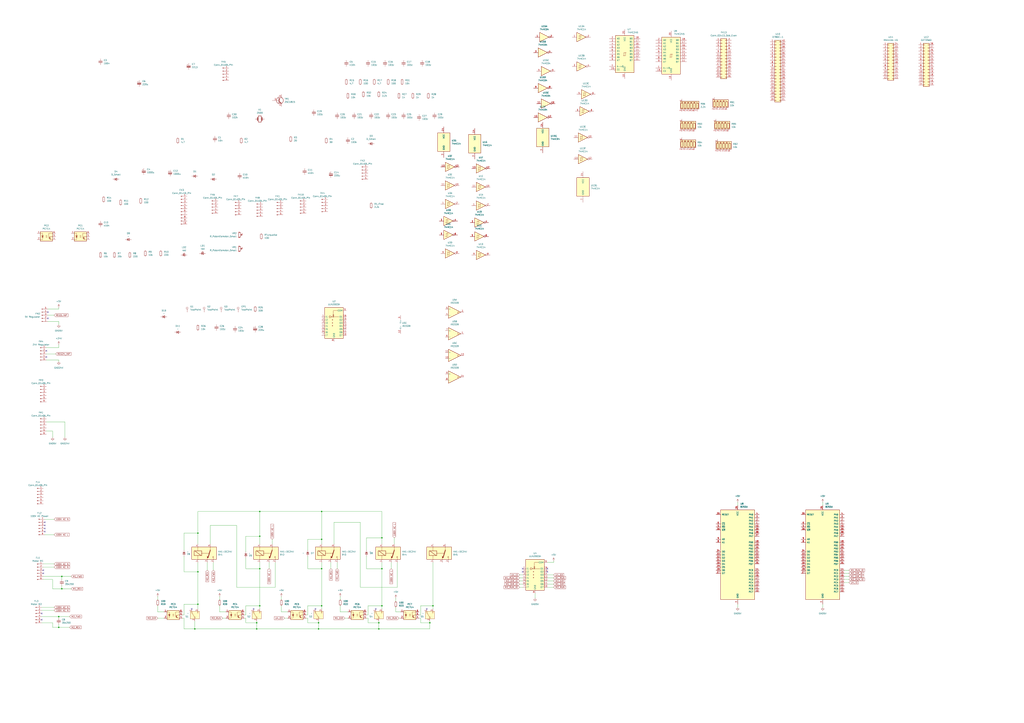
<source format=kicad_sch>
(kicad_sch
	(version 20231120)
	(generator "eeschema")
	(generator_version "8.0")
	(uuid "66cc26d7-ea0d-448d-81d6-18da17cae3ad")
	(paper "A1")
	
	(junction
		(at 50.8 473.71)
		(diameter 0)
		(color 0 0 0 0)
		(uuid "0b13f8df-1c20-4a73-a47a-98ac97815d26")
	)
	(junction
		(at 261.62 511.81)
		(diameter 0)
		(color 0 0 0 0)
		(uuid "10dae70c-302d-49d0-ba6e-3b81f529c56e")
	)
	(junction
		(at 261.62 516.89)
		(diameter 0)
		(color 0 0 0 0)
		(uuid "25ddcb7a-98b1-490f-9cf8-c98a9f58996b")
	)
	(junction
		(at 311.15 516.89)
		(diameter 0)
		(color 0 0 0 0)
		(uuid "356df096-b276-4fc8-9291-a01a55caa681")
	)
	(junction
		(at 160.02 516.89)
		(diameter 0)
		(color 0 0 0 0)
		(uuid "3bc20b50-851f-4e99-b35f-de81d16737fb")
	)
	(junction
		(at 213.36 420.37)
		(diameter 0)
		(color 0 0 0 0)
		(uuid "3c9259eb-cbc3-43a4-b7a4-ed840d4168c3")
	)
	(junction
		(at 313.69 497.84)
		(diameter 0)
		(color 0 0 0 0)
		(uuid "45b35192-3080-41b6-acc1-41fc0f510084")
	)
	(junction
		(at 48.26 515.62)
		(diameter 0)
		(color 0 0 0 0)
		(uuid "4683e323-5f89-4292-8f7b-95be364b9217")
	)
	(junction
		(at 213.36 497.84)
		(diameter 0)
		(color 0 0 0 0)
		(uuid "4b4ee08b-66db-45fa-bd0c-4b592e83c4c7")
	)
	(junction
		(at 210.82 511.81)
		(diameter 0)
		(color 0 0 0 0)
		(uuid "5b46f3f5-c45f-4aa9-9297-8da9111a9426")
	)
	(junction
		(at 264.16 497.84)
		(diameter 0)
		(color 0 0 0 0)
		(uuid "651f0bbd-2c35-401b-8e8f-550455b00b54")
	)
	(junction
		(at 313.69 467.36)
		(diameter 0)
		(color 0 0 0 0)
		(uuid "6cb56398-aade-4ba2-a1fe-3b66b3677601")
	)
	(junction
		(at 50.8 483.87)
		(diameter 0)
		(color 0 0 0 0)
		(uuid "787bb6e7-b134-4340-8a76-f56182ffc352")
	)
	(junction
		(at 162.56 496.57)
		(diameter 0)
		(color 0 0 0 0)
		(uuid "8741287e-2f19-419a-9d14-924da221de6a")
	)
	(junction
		(at 311.15 511.81)
		(diameter 0)
		(color 0 0 0 0)
		(uuid "94c04c4c-83a8-4c46-bad7-7f6f84ca370f")
	)
	(junction
		(at 353.06 511.81)
		(diameter 0)
		(color 0 0 0 0)
		(uuid "a1945e27-3991-4fb3-be48-1f97fbfba09b")
	)
	(junction
		(at 313.69 441.96)
		(diameter 0)
		(color 0 0 0 0)
		(uuid "a270c2d2-7352-49b7-a3a8-ba89c693befc")
	)
	(junction
		(at 264.16 420.37)
		(diameter 0)
		(color 0 0 0 0)
		(uuid "adf26b8e-9650-4236-9bcf-88b3f0f07d29")
	)
	(junction
		(at 162.56 438.15)
		(diameter 0)
		(color 0 0 0 0)
		(uuid "b02c65a3-a56f-49c9-b3bb-c182fca739ea")
	)
	(junction
		(at 355.6 497.84)
		(diameter 0)
		(color 0 0 0 0)
		(uuid "b849497d-419f-401c-914c-662c379116bb")
	)
	(junction
		(at 162.56 469.9)
		(diameter 0)
		(color 0 0 0 0)
		(uuid "babb64da-efb1-4acf-9cf6-e954d7233f5f")
	)
	(junction
		(at 48.26 506.73)
		(diameter 0)
		(color 0 0 0 0)
		(uuid "c43ca3f9-45f7-4b2b-b870-0096859f694d")
	)
	(junction
		(at 264.16 467.36)
		(diameter 0)
		(color 0 0 0 0)
		(uuid "d76fd0d5-6571-4fe6-a3de-8c84c7170948")
	)
	(junction
		(at 210.82 516.89)
		(diameter 0)
		(color 0 0 0 0)
		(uuid "d92b9d76-38be-41b8-8b5d-91f94362da4f")
	)
	(junction
		(at 213.36 440.69)
		(diameter 0)
		(color 0 0 0 0)
		(uuid "dc16379d-9489-4ced-93b2-eab45b360d68")
	)
	(junction
		(at 264.16 443.23)
		(diameter 0)
		(color 0 0 0 0)
		(uuid "f8c95fda-d262-49c3-bdf7-41b9311827b8")
	)
	(junction
		(at 213.36 467.36)
		(diameter 0)
		(color 0 0 0 0)
		(uuid "fa53695e-41ec-4e84-9665-f2cca63c0fda")
	)
	(no_connect
		(at 429.26 469.9)
		(uuid "0da8dff8-3efc-4579-af4f-a0d35cedd681")
	)
	(no_connect
		(at 38.1 293.37)
		(uuid "189a4fbb-4336-42af-94f8-029fdc066d50")
	)
	(no_connect
		(at 36.83 429.26)
		(uuid "1eeffd4a-cfea-480c-ba75-5ef1d8be5bc8")
	)
	(no_connect
		(at 34.29 509.27)
		(uuid "38f6cf9b-1c41-4f5a-ac4e-13d906cbb477")
	)
	(no_connect
		(at 39.37 256.54)
		(uuid "4e8b8fff-ab60-4204-a376-f0b26b4fa5b5")
	)
	(no_connect
		(at 429.26 467.36)
		(uuid "6526f219-e60f-46ab-96f8-5b894fee400d")
	)
	(no_connect
		(at 39.37 261.62)
		(uuid "6990e67d-49f3-4a44-8006-5c42fe4c6dc6")
	)
	(no_connect
		(at 36.83 436.88)
		(uuid "6af4da2c-9d10-49ff-b010-b8bd028e8855")
	)
	(no_connect
		(at 449.58 469.9)
		(uuid "6c2981a1-a5f8-4094-8f56-0fb32b339191")
	)
	(no_connect
		(at 308.61 500.38)
		(uuid "6e7c3107-485a-43bf-a80e-8ecf725474b5")
	)
	(no_connect
		(at 350.52 500.38)
		(uuid "6fbf3313-5162-44ad-b325-d2625086fc9e")
	)
	(no_connect
		(at 157.48 500.38)
		(uuid "70021ce7-557a-44ca-aa6e-08239d5b79ed")
	)
	(no_connect
		(at 36.83 431.8)
		(uuid "731fa28f-2239-4afa-9e69-5423eb111eed")
	)
	(no_connect
		(at 36.83 434.34)
		(uuid "7ac2f2f7-9bc0-47a5-a1f9-daf5db727c6b")
	)
	(no_connect
		(at 259.08 500.38)
		(uuid "a1fe7d45-1f3e-4a7e-ae0d-7e03379198f2")
	)
	(no_connect
		(at 38.1 288.29)
		(uuid "ac47f358-6b0d-4c00-ae69-7ed52f128bbc")
	)
	(no_connect
		(at 35.56 471.17)
		(uuid "b27bfa8b-6469-458e-abe8-0b20a1e0a33f")
	)
	(no_connect
		(at 34.29 504.19)
		(uuid "b51be13b-84bb-4c85-ad12-bba7c1d1c25a")
	)
	(no_connect
		(at 449.58 467.36)
		(uuid "cd55550c-c142-4be8-8a9d-501bcef30db5")
	)
	(no_connect
		(at 35.56 468.63)
		(uuid "dc85ec30-6681-4561-bea0-b63924e19d0e")
	)
	(no_connect
		(at 208.28 500.38)
		(uuid "f8398a9b-2e21-412c-91fa-cccb03a74a8a")
	)
	(wire
		(pts
			(xy 311.15 516.89) (xy 311.15 511.81)
		)
		(stroke
			(width 0)
			(type default)
		)
		(uuid "02a5ab22-8bd4-43c0-b759-c250902437eb")
	)
	(wire
		(pts
			(xy 252.73 511.81) (xy 261.62 511.81)
		)
		(stroke
			(width 0)
			(type default)
		)
		(uuid "0374fe63-9115-47f9-9bd8-00593f886327")
	)
	(wire
		(pts
			(xy 693.42 473.71) (xy 697.23 473.71)
		)
		(stroke
			(width 0)
			(type default)
		)
		(uuid "044d8170-9993-4217-8132-816c23299321")
	)
	(wire
		(pts
			(xy 353.06 516.89) (xy 353.06 511.81)
		)
		(stroke
			(width 0)
			(type default)
		)
		(uuid "05a96207-0511-402c-8cbc-17b5ca381bfa")
	)
	(wire
		(pts
			(xy 264.16 443.23) (xy 252.73 443.23)
		)
		(stroke
			(width 0)
			(type default)
		)
		(uuid "05e30963-3ff9-47b3-834e-9617b6eea12a")
	)
	(wire
		(pts
			(xy 201.93 440.69) (xy 213.36 440.69)
		)
		(stroke
			(width 0)
			(type default)
		)
		(uuid "0781d760-a7be-4aab-9baf-ba2fc3a0194d")
	)
	(wire
		(pts
			(xy 182.88 508) (xy 185.42 508)
		)
		(stroke
			(width 0)
			(type default)
		)
		(uuid "081a5a56-4d53-4741-b7b4-d3534838711c")
	)
	(wire
		(pts
			(xy 276.86 467.36) (xy 276.86 462.28)
		)
		(stroke
			(width 0)
			(type default)
		)
		(uuid "0ac84dd9-c95e-458a-ba7e-1d7e56536f85")
	)
	(wire
		(pts
			(xy 327.66 508) (xy 328.93 508)
		)
		(stroke
			(width 0)
			(type default)
		)
		(uuid "0ba276f9-49fa-4372-8f6b-e5a9a9e9c29e")
	)
	(wire
		(pts
			(xy 48.26 506.73) (xy 57.15 506.73)
		)
		(stroke
			(width 0)
			(type default)
		)
		(uuid "0ce7c09d-2fb0-4dec-855b-a9391c26eeb2")
	)
	(wire
		(pts
			(xy 675.64 496.57) (xy 675.64 499.11)
		)
		(stroke
			(width 0)
			(type default)
		)
		(uuid "0e010dda-9f02-420c-b4f2-779f41088b74")
	)
	(wire
		(pts
			(xy 162.56 469.9) (xy 162.56 462.28)
		)
		(stroke
			(width 0)
			(type default)
		)
		(uuid "0ea5a8ea-7b18-417a-96b9-c7214b98c44f")
	)
	(wire
		(pts
			(xy 426.72 482.6) (xy 429.26 482.6)
		)
		(stroke
			(width 0)
			(type default)
		)
		(uuid "0f09b1d2-4084-4dea-857d-330b895b9afc")
	)
	(wire
		(pts
			(xy 151.13 457.2) (xy 151.13 469.9)
		)
		(stroke
			(width 0)
			(type default)
		)
		(uuid "124a4fc0-acba-4b50-aa9b-4fbee1b8bdc4")
	)
	(wire
		(pts
			(xy 344.17 508) (xy 345.44 508)
		)
		(stroke
			(width 0)
			(type default)
		)
		(uuid "1285669e-927e-44fa-82bd-489186bd9d3c")
	)
	(wire
		(pts
			(xy 279.4 497.84) (xy 279.4 502.92)
		)
		(stroke
			(width 0)
			(type default)
		)
		(uuid "16277674-01d8-495f-aef8-57d30a9ed79c")
	)
	(wire
		(pts
			(xy 300.99 508) (xy 302.26 508)
		)
		(stroke
			(width 0)
			(type default)
		)
		(uuid "173bea94-7968-4dd8-93cf-bafd7426b94c")
	)
	(wire
		(pts
			(xy 313.69 497.84) (xy 313.69 467.36)
		)
		(stroke
			(width 0)
			(type default)
		)
		(uuid "178f1e7c-0255-4e6b-9053-ce24725b7633")
	)
	(wire
		(pts
			(xy 194.31 431.8) (xy 172.72 431.8)
		)
		(stroke
			(width 0)
			(type default)
		)
		(uuid "180e6b82-5930-40af-9b0e-5c781de995ed")
	)
	(wire
		(pts
			(xy 151.13 438.15) (xy 162.56 438.15)
		)
		(stroke
			(width 0)
			(type default)
		)
		(uuid "18465c56-a1ad-4916-8c30-2bd2e0941155")
	)
	(wire
		(pts
			(xy 172.72 431.8) (xy 172.72 447.04)
		)
		(stroke
			(width 0)
			(type default)
		)
		(uuid "18d9c8a6-cc74-4567-b775-4e1978246029")
	)
	(wire
		(pts
			(xy 50.8 473.71) (xy 58.42 473.71)
		)
		(stroke
			(width 0)
			(type default)
		)
		(uuid "18e150ed-0996-4fa7-b532-be044cf48581")
	)
	(wire
		(pts
			(xy 252.73 505.46) (xy 252.73 497.84)
		)
		(stroke
			(width 0)
			(type default)
		)
		(uuid "190661bd-fad7-40cd-afc7-bfd1bf798df8")
	)
	(wire
		(pts
			(xy 162.56 500.38) (xy 162.56 496.57)
		)
		(stroke
			(width 0)
			(type default)
		)
		(uuid "19ed89ed-194d-4fc7-ac5c-12cbbdb9966f")
	)
	(wire
		(pts
			(xy 261.62 516.89) (xy 311.15 516.89)
		)
		(stroke
			(width 0)
			(type default)
		)
		(uuid "1c2b5503-4cf4-49b8-a3d9-867f0a909920")
	)
	(wire
		(pts
			(xy 300.99 457.2) (xy 300.99 467.36)
		)
		(stroke
			(width 0)
			(type default)
		)
		(uuid "1c8a2992-5819-4c4d-bc5d-5873b0f8fec8")
	)
	(wire
		(pts
			(xy 149.86 505.46) (xy 151.13 505.46)
		)
		(stroke
			(width 0)
			(type default)
		)
		(uuid "1ec3d812-a633-492d-ae3d-6cae002a15c1")
	)
	(wire
		(pts
			(xy 279.4 502.92) (xy 285.75 502.92)
		)
		(stroke
			(width 0)
			(type default)
		)
		(uuid "1ef2a37f-8242-4b0a-b4cf-05692665dd8a")
	)
	(wire
		(pts
			(xy 48.26 295.91) (xy 38.1 295.91)
		)
		(stroke
			(width 0)
			(type default)
		)
		(uuid "22915d6b-7f96-41b9-88c5-845ed9fc4f22")
	)
	(wire
		(pts
			(xy 220.98 467.36) (xy 220.98 462.28)
		)
		(stroke
			(width 0)
			(type default)
		)
		(uuid "245b94a0-1f34-4404-8adf-8d6fc169bb4d")
	)
	(wire
		(pts
			(xy 439.42 487.68) (xy 439.42 491.49)
		)
		(stroke
			(width 0)
			(type default)
		)
		(uuid "25383dfa-3c2c-42a2-9fe1-430605bd0aad")
	)
	(wire
		(pts
			(xy 345.44 497.84) (xy 355.6 497.84)
		)
		(stroke
			(width 0)
			(type default)
		)
		(uuid "26b879ff-7cca-4a0b-818e-f50b673fc019")
	)
	(wire
		(pts
			(xy 210.82 516.89) (xy 210.82 511.81)
		)
		(stroke
			(width 0)
			(type default)
		)
		(uuid "271f6a65-e94d-469f-a525-87e08c76e075")
	)
	(wire
		(pts
			(xy 264.16 500.38) (xy 264.16 497.84)
		)
		(stroke
			(width 0)
			(type default)
		)
		(uuid "283558b2-5929-4655-8f5d-cebd90d9427a")
	)
	(wire
		(pts
			(xy 274.32 429.26) (xy 274.32 447.04)
		)
		(stroke
			(width 0)
			(type default)
		)
		(uuid "2b1149f8-13ab-466a-8452-72f4a2e37554")
	)
	(wire
		(pts
			(xy 233.68 508) (xy 236.22 508)
		)
		(stroke
			(width 0)
			(type default)
		)
		(uuid "2b453aeb-658b-47cf-8bab-24c4437c833c")
	)
	(wire
		(pts
			(xy 426.72 472.44) (xy 429.26 472.44)
		)
		(stroke
			(width 0)
			(type default)
		)
		(uuid "2c278734-524c-43a5-9f50-0959ca6b5c2c")
	)
	(wire
		(pts
			(xy 48.26 515.62) (xy 57.15 515.62)
		)
		(stroke
			(width 0)
			(type default)
		)
		(uuid "2c88da02-3177-4c39-aeff-cbed292da9ce")
	)
	(wire
		(pts
			(xy 129.54 502.92) (xy 134.62 502.92)
		)
		(stroke
			(width 0)
			(type default)
		)
		(uuid "2ce5239c-f782-482a-9748-720665f93ec1")
	)
	(wire
		(pts
			(xy 300.99 505.46) (xy 302.26 505.46)
		)
		(stroke
			(width 0)
			(type default)
		)
		(uuid "2d6f75c3-d312-42ce-ab55-bc762a0d1b64")
	)
	(wire
		(pts
			(xy 34.29 506.73) (xy 48.26 506.73)
		)
		(stroke
			(width 0)
			(type default)
		)
		(uuid "30f19106-3618-4a09-82aa-fb09024b4e70")
	)
	(wire
		(pts
			(xy 201.93 467.36) (xy 213.36 467.36)
		)
		(stroke
			(width 0)
			(type default)
		)
		(uuid "31ea083a-8a88-454b-a407-e034d3157f7d")
	)
	(wire
		(pts
			(xy 252.73 457.2) (xy 252.73 467.36)
		)
		(stroke
			(width 0)
			(type default)
		)
		(uuid "352b8653-2611-41a8-9752-3f2215ea5903")
	)
	(wire
		(pts
			(xy 162.56 420.37) (xy 162.56 438.15)
		)
		(stroke
			(width 0)
			(type default)
		)
		(uuid "38260eed-03d1-4f72-aa99-12a59c9b7513")
	)
	(wire
		(pts
			(xy 43.18 354.33) (xy 43.18 359.41)
		)
		(stroke
			(width 0)
			(type default)
		)
		(uuid "3c55ecda-9921-466b-bdcd-9927a381382a")
	)
	(wire
		(pts
			(xy 151.13 505.46) (xy 151.13 496.57)
		)
		(stroke
			(width 0)
			(type default)
		)
		(uuid "3edef422-b9dc-4de7-9b80-4fc3a04416fc")
	)
	(wire
		(pts
			(xy 36.83 426.72) (xy 44.45 426.72)
		)
		(stroke
			(width 0)
			(type default)
		)
		(uuid "4098dbf7-381b-465d-91c4-844b20bf971f")
	)
	(wire
		(pts
			(xy 605.79 412.75) (xy 605.79 415.29)
		)
		(stroke
			(width 0)
			(type default)
		)
		(uuid "413c7121-2621-48b3-9c50-e86f3440c3c0")
	)
	(wire
		(pts
			(xy 311.15 516.89) (xy 353.06 516.89)
		)
		(stroke
			(width 0)
			(type default)
		)
		(uuid "42b19c30-de2e-4fe5-bb5b-e213b1e1da0a")
	)
	(wire
		(pts
			(xy 302.26 497.84) (xy 313.69 497.84)
		)
		(stroke
			(width 0)
			(type default)
		)
		(uuid "4337ee6c-781e-4b57-b30d-f2f6a248413f")
	)
	(wire
		(pts
			(xy 449.58 480.06) (xy 454.66 480.06)
		)
		(stroke
			(width 0)
			(type default)
		)
		(uuid "4a9aaa05-7a36-4c2c-9830-ffe49357c84b")
	)
	(wire
		(pts
			(xy 325.12 491.49) (xy 325.12 494.03)
		)
		(stroke
			(width 0)
			(type default)
		)
		(uuid "4f45a74f-d366-4336-a777-20bb0b0b6103")
	)
	(wire
		(pts
			(xy 251.46 505.46) (xy 252.73 505.46)
		)
		(stroke
			(width 0)
			(type default)
		)
		(uuid "4ff4258e-dbc5-415a-af1f-60724aa167a5")
	)
	(wire
		(pts
			(xy 454.66 461.01) (xy 454.66 462.28)
		)
		(stroke
			(width 0)
			(type default)
		)
		(uuid "50c49188-d680-416e-83ec-f512c6367a87")
	)
	(wire
		(pts
			(xy 264.16 447.04) (xy 264.16 443.23)
		)
		(stroke
			(width 0)
			(type default)
		)
		(uuid "51255e78-9af3-4eb9-89a7-f03e79b706e7")
	)
	(wire
		(pts
			(xy 264.16 420.37) (xy 213.36 420.37)
		)
		(stroke
			(width 0)
			(type default)
		)
		(uuid "530670f0-0cbe-482f-8e16-ee14b406d9db")
	)
	(wire
		(pts
			(xy 321.31 467.36) (xy 321.31 462.28)
		)
		(stroke
			(width 0)
			(type default)
		)
		(uuid "556411d2-6029-4d6c-9001-f12aac8719d9")
	)
	(wire
		(pts
			(xy 226.06 482.6) (xy 194.31 482.6)
		)
		(stroke
			(width 0)
			(type default)
		)
		(uuid "56a6b905-05da-49f2-8842-b2f852951509")
	)
	(wire
		(pts
			(xy 213.36 497.84) (xy 213.36 467.36)
		)
		(stroke
			(width 0)
			(type default)
		)
		(uuid "57f85406-e60d-49d9-8c5d-716651347619")
	)
	(wire
		(pts
			(xy 231.14 497.84) (xy 231.14 502.92)
		)
		(stroke
			(width 0)
			(type default)
		)
		(uuid "59e72fb6-30b1-44b8-bb4b-6b1e799b7736")
	)
	(wire
		(pts
			(xy 693.42 471.17) (xy 697.23 471.17)
		)
		(stroke
			(width 0)
			(type default)
		)
		(uuid "5ab9acb0-81bd-4e63-9bec-a07dfc64eb86")
	)
	(wire
		(pts
			(xy 43.18 483.87) (xy 50.8 483.87)
		)
		(stroke
			(width 0)
			(type default)
		)
		(uuid "5d148857-46dd-4e23-800a-edb13ef3c857")
	)
	(wire
		(pts
			(xy 38.1 290.83) (xy 45.72 290.83)
		)
		(stroke
			(width 0)
			(type default)
		)
		(uuid "5decabbe-4d03-4a11-93cd-acdd60a5d6c7")
	)
	(wire
		(pts
			(xy 313.69 441.96) (xy 313.69 420.37)
		)
		(stroke
			(width 0)
			(type default)
		)
		(uuid "5f7055a2-51b5-4e86-be94-b85a43d34518")
	)
	(wire
		(pts
			(xy 693.42 478.79) (xy 697.23 478.79)
		)
		(stroke
			(width 0)
			(type default)
		)
		(uuid "6061dcb1-8edd-4d27-8d3f-24dcae6ef349")
	)
	(wire
		(pts
			(xy 252.73 467.36) (xy 264.16 467.36)
		)
		(stroke
			(width 0)
			(type default)
		)
		(uuid "62bf1741-3c11-4483-9c13-e7941791c370")
	)
	(wire
		(pts
			(xy 48.26 285.75) (xy 38.1 285.75)
		)
		(stroke
			(width 0)
			(type default)
		)
		(uuid "63d8cba3-ea5b-4b82-8dc1-aae8dc3dea8c")
	)
	(wire
		(pts
			(xy 326.39 482.6) (xy 295.91 482.6)
		)
		(stroke
			(width 0)
			(type default)
		)
		(uuid "64497edb-8d0c-4f20-8e85-db6b7270a0d8")
	)
	(wire
		(pts
			(xy 355.6 500.38) (xy 355.6 497.84)
		)
		(stroke
			(width 0)
			(type default)
		)
		(uuid "650bfa1a-c04c-45e6-8135-a186c6f354b7")
	)
	(wire
		(pts
			(xy 180.34 502.92) (xy 185.42 502.92)
		)
		(stroke
			(width 0)
			(type default)
		)
		(uuid "65e1caae-96b6-47f4-99d0-f6b2be7b9733")
	)
	(wire
		(pts
			(xy 311.15 511.81) (xy 311.15 510.54)
		)
		(stroke
			(width 0)
			(type default)
		)
		(uuid "6aee36b1-5cef-4a41-b26d-95f7e9aaeda0")
	)
	(wire
		(pts
			(xy 213.36 420.37) (xy 162.56 420.37)
		)
		(stroke
			(width 0)
			(type default)
		)
		(uuid "6afdac34-3c9d-4a94-908b-8d4b3b4745d3")
	)
	(wire
		(pts
			(xy 326.39 462.28) (xy 326.39 482.6)
		)
		(stroke
			(width 0)
			(type default)
		)
		(uuid "6d8ada2e-87f8-478a-b70a-98cf051d5542")
	)
	(wire
		(pts
			(xy 48.26 513.08) (xy 48.26 515.62)
		)
		(stroke
			(width 0)
			(type default)
		)
		(uuid "6e355440-32f4-4131-bc1d-449f8b3819b9")
	)
	(wire
		(pts
			(xy 36.83 439.42) (xy 44.45 439.42)
		)
		(stroke
			(width 0)
			(type default)
		)
		(uuid "6f1149bc-8737-4307-835e-8b2e39a23135")
	)
	(wire
		(pts
			(xy 313.69 467.36) (xy 313.69 462.28)
		)
		(stroke
			(width 0)
			(type default)
		)
		(uuid "718bc773-b866-4e93-b1a0-1de90842705a")
	)
	(wire
		(pts
			(xy 449.58 477.52) (xy 454.66 477.52)
		)
		(stroke
			(width 0)
			(type default)
		)
		(uuid "72a93b16-cbf1-4e3f-908f-7f6b7d39365a")
	)
	(wire
		(pts
			(xy 34.29 501.65) (xy 44.45 501.65)
		)
		(stroke
			(width 0)
			(type default)
		)
		(uuid "742b6672-6883-4e3c-befe-556d782b9be1")
	)
	(wire
		(pts
			(xy 48.26 252.73) (xy 48.26 254)
		)
		(stroke
			(width 0)
			(type default)
		)
		(uuid "75dd43e3-e44b-41f9-8ffb-6f655d26dec0")
	)
	(wire
		(pts
			(xy 313.69 500.38) (xy 313.69 497.84)
		)
		(stroke
			(width 0)
			(type default)
		)
		(uuid "7614a863-00e1-403c-b036-761e6041b4e9")
	)
	(wire
		(pts
			(xy 426.72 474.98) (xy 429.26 474.98)
		)
		(stroke
			(width 0)
			(type default)
		)
		(uuid "78064731-5976-41b6-a4ba-f351b63e53b1")
	)
	(wire
		(pts
			(xy 200.66 508) (xy 201.93 508)
		)
		(stroke
			(width 0)
			(type default)
		)
		(uuid "7cd466bb-fe01-42b6-9a53-7a277ba5c2be")
	)
	(wire
		(pts
			(xy 426.72 480.06) (xy 429.26 480.06)
		)
		(stroke
			(width 0)
			(type default)
		)
		(uuid "80c02fec-db9f-41b3-8aa0-5f2d783a5fd5")
	)
	(wire
		(pts
			(xy 129.54 508) (xy 134.62 508)
		)
		(stroke
			(width 0)
			(type default)
		)
		(uuid "83945eff-a536-4878-81b6-4ede3d8a6bab")
	)
	(wire
		(pts
			(xy 300.99 441.96) (xy 313.69 441.96)
		)
		(stroke
			(width 0)
			(type default)
		)
		(uuid "83dcc077-31fd-4ac4-84eb-f2e35622f285")
	)
	(wire
		(pts
			(xy 39.37 264.16) (xy 48.26 264.16)
		)
		(stroke
			(width 0)
			(type default)
		)
		(uuid "84ba0882-a2f1-4134-b1bc-55a0ea890a52")
	)
	(wire
		(pts
			(xy 355.6 497.84) (xy 355.6 462.28)
		)
		(stroke
			(width 0)
			(type default)
		)
		(uuid "8a98ee56-3ffa-483b-8323-3fa5ce8ff9ef")
	)
	(wire
		(pts
			(xy 162.56 496.57) (xy 162.56 469.9)
		)
		(stroke
			(width 0)
			(type default)
		)
		(uuid "8b291f1c-5fc1-42b7-abb7-1f57877c14d1")
	)
	(wire
		(pts
			(xy 693.42 476.25) (xy 697.23 476.25)
		)
		(stroke
			(width 0)
			(type default)
		)
		(uuid "8f82b7fd-890f-4490-9a25-ee29ea9217a0")
	)
	(wire
		(pts
			(xy 252.73 497.84) (xy 264.16 497.84)
		)
		(stroke
			(width 0)
			(type default)
		)
		(uuid "907853b2-3457-4466-a304-b371bdc45b82")
	)
	(wire
		(pts
			(xy 151.13 469.9) (xy 162.56 469.9)
		)
		(stroke
			(width 0)
			(type default)
		)
		(uuid "91ba220f-bbb1-408e-b134-ee8b93ed4b4c")
	)
	(wire
		(pts
			(xy 323.85 447.04) (xy 323.85 441.96)
		)
		(stroke
			(width 0)
			(type default)
		)
		(uuid "92ca70fc-6d8a-40fd-b89d-aac22587ce2f")
	)
	(wire
		(pts
			(xy 449.58 472.44) (xy 454.66 472.44)
		)
		(stroke
			(width 0)
			(type default)
		)
		(uuid "92d868ca-8177-4607-9bb2-713924abc222")
	)
	(wire
		(pts
			(xy 151.13 508) (xy 151.13 516.89)
		)
		(stroke
			(width 0)
			(type default)
		)
		(uuid "9348436b-0381-4457-a905-8e6554c0c228")
	)
	(wire
		(pts
			(xy 223.52 447.04) (xy 223.52 443.23)
		)
		(stroke
			(width 0)
			(type default)
		)
		(uuid "948540e9-bced-485b-a129-34963b999c53")
	)
	(wire
		(pts
			(xy 160.02 510.54) (xy 160.02 516.89)
		)
		(stroke
			(width 0)
			(type default)
		)
		(uuid "961cbd6e-e585-4e12-b08f-9532cc0a4c71")
	)
	(wire
		(pts
			(xy 213.36 440.69) (xy 213.36 447.04)
		)
		(stroke
			(width 0)
			(type default)
		)
		(uuid "96555e9a-1051-4eb7-9dc2-8255bb569074")
	)
	(wire
		(pts
			(xy 264.16 420.37) (xy 313.69 420.37)
		)
		(stroke
			(width 0)
			(type default)
		)
		(uuid "982c6ba6-cd25-4476-9eb2-6ef4e3b4cc3c")
	)
	(wire
		(pts
			(xy 151.13 496.57) (xy 162.56 496.57)
		)
		(stroke
			(width 0)
			(type default)
		)
		(uuid "98589abd-8286-4e5a-a518-f2e42cfe4260")
	)
	(wire
		(pts
			(xy 251.46 508) (xy 252.73 508)
		)
		(stroke
			(width 0)
			(type default)
		)
		(uuid "98f4a9a2-89f2-46fe-af74-0768decbeb7b")
	)
	(wire
		(pts
			(xy 43.18 483.87) (xy 43.18 476.25)
		)
		(stroke
			(width 0)
			(type default)
		)
		(uuid "a05be057-5dbb-4818-8188-3d09e2300cbf")
	)
	(wire
		(pts
			(xy 675.64 412.75) (xy 675.64 415.29)
		)
		(stroke
			(width 0)
			(type default)
		)
		(uuid "a18ab381-9a28-4f6b-a6d5-5fdb2eaf61fe")
	)
	(wire
		(pts
			(xy 693.42 468.63) (xy 697.23 468.63)
		)
		(stroke
			(width 0)
			(type default)
		)
		(uuid "a2cac00c-fa14-47a3-9408-f072db5c8751")
	)
	(wire
		(pts
			(xy 129.54 490.22) (xy 129.54 492.76)
		)
		(stroke
			(width 0)
			(type default)
		)
		(uuid "a3e7712f-961b-40c0-8be3-ed67f6f412c4")
	)
	(wire
		(pts
			(xy 449.58 482.6) (xy 454.66 482.6)
		)
		(stroke
			(width 0)
			(type default)
		)
		(uuid "a49239b0-442b-4329-8296-b735d9886022")
	)
	(wire
		(pts
			(xy 180.34 497.84) (xy 180.34 502.92)
		)
		(stroke
			(width 0)
			(type default)
		)
		(uuid "a4a22e0d-1f4f-4a8c-bd35-a2ba33f1f02b")
	)
	(wire
		(pts
			(xy 271.78 467.36) (xy 271.78 462.28)
		)
		(stroke
			(width 0)
			(type default)
		)
		(uuid "a524fe67-de97-4f71-91ac-81793ddec746")
	)
	(wire
		(pts
			(xy 264.16 497.84) (xy 264.16 467.36)
		)
		(stroke
			(width 0)
			(type default)
		)
		(uuid "a56caff6-bade-4a79-a6fd-a9fa31ee0fea")
	)
	(wire
		(pts
			(xy 325.12 499.11) (xy 325.12 502.92)
		)
		(stroke
			(width 0)
			(type default)
		)
		(uuid "a6154762-f5dc-400a-b419-236d73ec6fad")
	)
	(wire
		(pts
			(xy 50.8 473.71) (xy 50.8 476.25)
		)
		(stroke
			(width 0)
			(type default)
		)
		(uuid "a832328c-7828-49bf-9377-7a1afb71d09e")
	)
	(wire
		(pts
			(xy 201.93 508) (xy 201.93 511.81)
		)
		(stroke
			(width 0)
			(type default)
		)
		(uuid "a8eb7854-0bbf-4fbe-8483-f3fda463cba4")
	)
	(wire
		(pts
			(xy 48.26 297.18) (xy 48.26 295.91)
		)
		(stroke
			(width 0)
			(type default)
		)
		(uuid "aa3b0b28-cc1e-4e3b-af2c-85bf1da5b521")
	)
	(wire
		(pts
			(xy 279.4 490.22) (xy 279.4 492.76)
		)
		(stroke
			(width 0)
			(type default)
		)
		(uuid "aad93aeb-cf9f-4c0b-8efb-238a60fc2b99")
	)
	(wire
		(pts
			(xy 201.93 505.46) (xy 201.93 497.84)
		)
		(stroke
			(width 0)
			(type default)
		)
		(uuid "ad51a24d-8061-4ced-bb84-6633f503a744")
	)
	(wire
		(pts
			(xy 129.54 497.84) (xy 129.54 502.92)
		)
		(stroke
			(width 0)
			(type default)
		)
		(uuid "ad9a5bef-3f43-4dd3-a233-fa73838a6bf2")
	)
	(wire
		(pts
			(xy 200.66 505.46) (xy 201.93 505.46)
		)
		(stroke
			(width 0)
			(type default)
		)
		(uuid "b155c2ce-6bba-42f4-8835-e71b6e3f0a30")
	)
	(wire
		(pts
			(xy 210.82 511.81) (xy 210.82 510.54)
		)
		(stroke
			(width 0)
			(type default)
		)
		(uuid "b16cc1e8-11c6-4bb2-9e31-334f69d66bad")
	)
	(wire
		(pts
			(xy 149.86 508) (xy 151.13 508)
		)
		(stroke
			(width 0)
			(type default)
		)
		(uuid "b438918f-113a-45a7-b113-de8ca97c8072")
	)
	(wire
		(pts
			(xy 325.12 502.92) (xy 328.93 502.92)
		)
		(stroke
			(width 0)
			(type default)
		)
		(uuid "b76fd1a0-bc44-42ab-8561-4779734ec7eb")
	)
	(wire
		(pts
			(xy 50.8 483.87) (xy 58.42 483.87)
		)
		(stroke
			(width 0)
			(type default)
		)
		(uuid "b7c113b2-d2a1-4645-8b50-5ef5e8218184")
	)
	(wire
		(pts
			(xy 48.26 254) (xy 39.37 254)
		)
		(stroke
			(width 0)
			(type default)
		)
		(uuid "b7ee80b6-b9ea-4b80-b4bc-a65d9cc504ea")
	)
	(wire
		(pts
			(xy 261.62 511.81) (xy 261.62 516.89)
		)
		(stroke
			(width 0)
			(type default)
		)
		(uuid "b81b20e3-b7b3-4bd2-bbc0-8d6b48085064")
	)
	(wire
		(pts
			(xy 302.26 505.46) (xy 302.26 497.84)
		)
		(stroke
			(width 0)
			(type default)
		)
		(uuid "b88e52e9-d12d-448b-b4b0-e033194fd8af")
	)
	(wire
		(pts
			(xy 213.36 467.36) (xy 213.36 462.28)
		)
		(stroke
			(width 0)
			(type default)
		)
		(uuid "b8930062-dfb5-4cb9-9675-4986a08eddd9")
	)
	(wire
		(pts
			(xy 53.34 346.71) (xy 38.1 346.71)
		)
		(stroke
			(width 0)
			(type default)
		)
		(uuid "bb096da0-165c-4e92-827b-51577ff7d17d")
	)
	(wire
		(pts
			(xy 151.13 516.89) (xy 160.02 516.89)
		)
		(stroke
			(width 0)
			(type default)
		)
		(uuid "bb0b314b-a9d9-4db2-84bb-87e7fcb79701")
	)
	(wire
		(pts
			(xy 43.18 515.62) (xy 48.26 515.62)
		)
		(stroke
			(width 0)
			(type default)
		)
		(uuid "bd66d2d7-ee4f-45d5-8a67-2e2ed0535736")
	)
	(wire
		(pts
			(xy 39.37 259.08) (xy 44.45 259.08)
		)
		(stroke
			(width 0)
			(type default)
		)
		(uuid "bd822e3a-8371-43ec-ada0-eaa74f4704a4")
	)
	(wire
		(pts
			(xy 302.26 511.81) (xy 311.15 511.81)
		)
		(stroke
			(width 0)
			(type default)
		)
		(uuid "bdd14599-3121-44f3-a53c-7a35ad0e5a89")
	)
	(wire
		(pts
			(xy 162.56 447.04) (xy 162.56 438.15)
		)
		(stroke
			(width 0)
			(type default)
		)
		(uuid "be662239-ef66-47e8-b197-e9794ba10e52")
	)
	(wire
		(pts
			(xy 170.18 468.63) (xy 170.18 462.28)
		)
		(stroke
			(width 0)
			(type default)
		)
		(uuid "bea064ef-e2cf-4839-9d8a-c8d0cca41e06")
	)
	(wire
		(pts
			(xy 449.58 474.98) (xy 454.66 474.98)
		)
		(stroke
			(width 0)
			(type default)
		)
		(uuid "bf13b7f0-0c5b-43bc-b41a-b7fd2a7dc79f")
	)
	(wire
		(pts
			(xy 353.06 511.81) (xy 353.06 510.54)
		)
		(stroke
			(width 0)
			(type default)
		)
		(uuid "c0f4d967-879b-4145-933e-c945d8b780c2")
	)
	(wire
		(pts
			(xy 264.16 467.36) (xy 264.16 462.28)
		)
		(stroke
			(width 0)
			(type default)
		)
		(uuid "c1d9e162-471c-4e25-8311-11dc508a8ae1")
	)
	(wire
		(pts
			(xy 180.34 490.22) (xy 180.34 492.76)
		)
		(stroke
			(width 0)
			(type default)
		)
		(uuid "c216f958-098e-4db8-bf5c-25ae7b62152b")
	)
	(wire
		(pts
			(xy 48.26 506.73) (xy 48.26 508)
		)
		(stroke
			(width 0)
			(type default)
		)
		(uuid "c379e818-5941-492a-8c85-e6645c130fc6")
	)
	(wire
		(pts
			(xy 231.14 490.22) (xy 231.14 492.76)
		)
		(stroke
			(width 0)
			(type default)
		)
		(uuid "c44f6b38-6f54-4fa4-8619-400a85e0f5b8")
	)
	(wire
		(pts
			(xy 345.44 511.81) (xy 353.06 511.81)
		)
		(stroke
			(width 0)
			(type default)
		)
		(uuid "c4bee4cf-62be-426c-ade4-4b0a1f17e1dc")
	)
	(wire
		(pts
			(xy 344.17 505.46) (xy 345.44 505.46)
		)
		(stroke
			(width 0)
			(type default)

... [286107 chars truncated]
</source>
